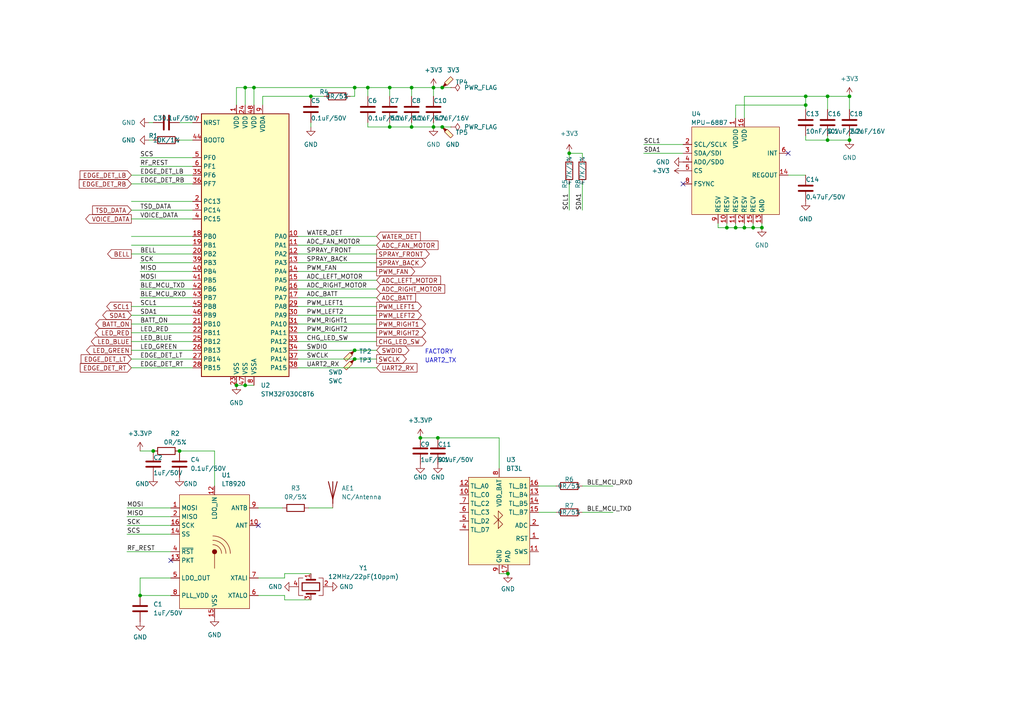
<source format=kicad_sch>
(kicad_sch (version 20231120) (generator "eeschema") (generator_version "8.0")
  (paper "A4")
  (lib_symbols
    (symbol "Connector:TestPoint_Probe" (pin_numbers hide) (pin_names (offset 0.762) hide)
      (property "Reference" "TP" (at 1.651 5.842 0))
      (property "Value" "TestPoint_Probe" (at 1.651 4.064 0))
      (symbol "TestPoint_Probe_0_1"
        (polyline (pts (xy 1.27 0.762) (xy 0 0) (xy 0.762 1.27) (xy 1.27 0.762)) (fill (type outline)))
        (polyline (pts (xy 1.397 0.635) (xy 0.635 1.397) (xy 2.413 3.175) (xy 3.175 2.413) (xy 1.397 0.635)) (fill (type background)))
      )
      (symbol "TestPoint_Probe_1_1"
        (pin passive line (at 0 0 90) (length 0) (name "1") (number "1"))
      )
    )
    (symbol "Device:Antenna" (pin_numbers hide) (pin_names (offset 1.016) hide)
      (property "Reference" "AE" (at -1.905 1.905 0))
      (property "Value" "Antenna" (at -1.905 0 0))
      (symbol "Antenna_0_1"
        (polyline (pts (xy 0 2.54) (xy 0 -3.81)) (stroke (width 0.254)))
        (polyline (pts (xy 1.27 2.54) (xy 0 -2.54) (xy -1.27 2.54)) (stroke (width 0.254)))
      )
      (symbol "Antenna_1_1"
        (pin input line (at 0 -5.08 90) (length 2.54) (name "A") (number "1"))
      )
    )
    (symbol "Device:C" (pin_numbers hide) (pin_names (offset 0.254))
      (property "Reference" "C" (at 0.635 2.54 0))
      (property "Value" "C" (at 0.635 -2.54 0))
      (symbol "C_0_1"
        (polyline (pts (xy -2.032 -0.762) (xy 2.032 -0.762)) (stroke (width 0.508)))
        (polyline (pts (xy -2.032 0.762) (xy 2.032 0.762)) (stroke (width 0.508)))
      )
      (symbol "C_1_1"
        (pin passive line (at 0 3.81 270) (length 2.794) (name "~") (number "1"))
        (pin passive line (at 0 -3.81 90) (length 2.794) (name "~") (number "2"))
      )
    )
    (symbol "Device:Crystal_GND24" (pin_names (offset 1.016) hide)
      (property "Reference" "Y" (at 3.175 5.08 0))
      (property "Value" "Crystal_GND24" (at 3.175 3.175 0))
      (symbol "Crystal_GND24_0_1"
        (rectangle (start -1.143 2.54) (end 1.143 -2.54) (stroke (width 0.3048)))
        (polyline (pts (xy -2.54 0) (xy -2.032 0)))
        (polyline (pts (xy -2.032 -1.27) (xy -2.032 1.27)) (stroke (width 0.508)))
        (polyline (pts (xy 0 -3.81) (xy 0 -3.556)))
        (polyline (pts (xy 0 3.556) (xy 0 3.81)))
        (polyline (pts (xy 2.032 -1.27) (xy 2.032 1.27)) (stroke (width 0.508)))
        (polyline (pts (xy 2.032 0) (xy 2.54 0)))
        (polyline (pts (xy -2.54 -2.286) (xy -2.54 -3.556) (xy 2.54 -3.556) (xy 2.54 -2.286)))
        (polyline (pts (xy -2.54 2.286) (xy -2.54 3.556) (xy 2.54 3.556) (xy 2.54 2.286)))
      )
      (symbol "Crystal_GND24_1_1"
        (pin passive line (at -3.81 0 0) (length 1.27) (name "1") (number "1"))
        (pin passive line (at 0 5.08 270) (length 1.27) (name "2") (number "2"))
        (pin passive line (at 3.81 0 180) (length 1.27) (name "3") (number "3"))
        (pin passive line (at 0 -5.08 90) (length 1.27) (name "4") (number "4"))
      )
    )
    (symbol "Device:R" (pin_numbers hide) (pin_names (offset 0))
      (property "Reference" "R" (at 2.032 0 90))
      (property "Value" "R" (at 0 0 90))
      (symbol "R_0_1"
        (rectangle (start -1.016 -2.54) (end 1.016 2.54) (stroke (width 0.254)))
      )
      (symbol "R_1_1"
        (pin passive line (at 0 3.81 270) (length 1.27) (name "~") (number "1"))
        (pin passive line (at 0 -3.81 90) (length 1.27) (name "~") (number "2"))
      )
    )
    (symbol "MCU_ST_STM32F0:STM32F030C8Tx"
      (property "Reference" "U" (at -12.7 39.37 0))
      (property "Value" "STM32F030C8Tx" (at 7.62 39.37 0))
      (symbol "STM32F030C8Tx_0_1"
        (rectangle (start -12.7 -38.1) (end 12.7 38.1) (stroke (width 0.254)) (fill (type background)))
      )
      (symbol "STM32F030C8Tx_1_1"
        (pin power_in line (at -2.54 40.64 270) (length 2.54) (name "VDD") (number "1"))
        (pin bidirectional line (at 15.24 2.54 180) (length 2.54) (name "PA0") (number "10"))
        (pin bidirectional line (at 15.24 0 180) (length 2.54) (name "PA1") (number "11"))
        (pin bidirectional line (at 15.24 -2.54 180) (length 2.54) (name "PA2") (number "12"))
        (pin bidirectional line (at 15.24 -5.08 180) (length 2.54) (name "PA3") (number "13"))
        (pin bidirectional line (at 15.24 -7.62 180) (length 2.54) (name "PA4") (number "14"))
        (pin bidirectional line (at 15.24 -10.16 180) (length 2.54) (name "PA5") (number "15"))
        (pin bidirectional line (at 15.24 -12.7 180) (length 2.54) (name "PA6") (number "16"))
        (pin bidirectional line (at 15.24 -15.24 180) (length 2.54) (name "PA7") (number "17"))
        (pin bidirectional line (at -15.24 2.54 0) (length 2.54) (name "PB0") (number "18"))
        (pin bidirectional line (at -15.24 0 0) (length 2.54) (name "PB1") (number "19"))
        (pin bidirectional line (at -15.24 12.7 0) (length 2.54) (name "PC13") (number "2"))
        (pin bidirectional line (at -15.24 -2.54 0) (length 2.54) (name "PB2") (number "20"))
        (pin bidirectional line (at -15.24 -22.86 0) (length 2.54) (name "PB10") (number "21"))
        (pin bidirectional line (at -15.24 -25.4 0) (length 2.54) (name "PB11") (number "22"))
        (pin power_in line (at -2.54 -40.64 90) (length 2.54) (name "VSS") (number "23"))
        (pin power_in line (at 0 40.64 270) (length 2.54) (name "VDD") (number "24"))
        (pin bidirectional line (at -15.24 -27.94 0) (length 2.54) (name "PB12") (number "25"))
        (pin bidirectional line (at -15.24 -30.48 0) (length 2.54) (name "PB13") (number "26"))
        (pin bidirectional line (at -15.24 -33.02 0) (length 2.54) (name "PB14") (number "27"))
        (pin bidirectional line (at -15.24 -35.56 0) (length 2.54) (name "PB15") (number "28"))
        (pin bidirectional line (at 15.24 -17.78 180) (length 2.54) (name "PA8") (number "29"))
        (pin bidirectional line (at -15.24 10.16 0) (length 2.54) (name "PC14") (number "3"))
        (pin bidirectional line (at 15.24 -20.32 180) (length 2.54) (name "PA9") (number "30"))
        (pin bidirectional line (at 15.24 -22.86 180) (length 2.54) (name "PA10") (number "31"))
        (pin bidirectional line (at 15.24 -25.4 180) (length 2.54) (name "PA11") (number "32"))
        (pin bidirectional line (at 15.24 -27.94 180) (length 2.54) (name "PA12") (number "33"))
        (pin bidirectional line (at 15.24 -30.48 180) (length 2.54) (name "PA13") (number "34"))
        (pin bidirectional line (at -15.24 20.32 0) (length 2.54) (name "PF6") (number "35"))
        (pin bidirectional line (at -15.24 17.78 0) (length 2.54) (name "PF7") (number "36"))
        (pin bidirectional line (at 15.24 -33.02 180) (length 2.54) (name "PA14") (number "37"))
        (pin bidirectional line (at 15.24 -35.56 180) (length 2.54) (name "PA15") (number "38"))
        (pin bidirectional line (at -15.24 -5.08 0) (length 2.54) (name "PB3") (number "39"))
        (pin bidirectional line (at -15.24 7.62 0) (length 2.54) (name "PC15") (number "4"))
        (pin bidirectional line (at -15.24 -7.62 0) (length 2.54) (name "PB4") (number "40"))
        (pin bidirectional line (at -15.24 -10.16 0) (length 2.54) (name "PB5") (number "41"))
        (pin bidirectional line (at -15.24 -12.7 0) (length 2.54) (name "PB6") (number "42"))
        (pin bidirectional line (at -15.24 -15.24 0) (length 2.54) (name "PB7") (number "43"))
        (pin input line (at -15.24 30.48 0) (length 2.54) (name "BOOT0") (number "44"))
        (pin bidirectional line (at -15.24 -17.78 0) (length 2.54) (name "PB8") (number "45"))
        (pin bidirectional line (at -15.24 -20.32 0) (length 2.54) (name "PB9") (number "46"))
        (pin power_in line (at 0 -40.64 90) (length 2.54) (name "VSS") (number "47"))
        (pin power_in line (at 2.54 40.64 270) (length 2.54) (name "VDD") (number "48"))
        (pin input line (at -15.24 25.4 0) (length 2.54) (name "PF0") (number "5"))
        (pin input line (at -15.24 22.86 0) (length 2.54) (name "PF1") (number "6"))
        (pin input line (at -15.24 35.56 0) (length 2.54) (name "NRST") (number "7"))
        (pin power_in line (at 2.54 -40.64 90) (length 2.54) (name "VSSA") (number "8"))
        (pin power_in line (at 5.08 40.64 270) (length 2.54) (name "VDDA") (number "9"))
      )
    )
    (symbol "Ovo_RF:LT8920"
      (property "Reference" "U" (at -8.89 17.78 0))
      (property "Value" "LT8920" (at -6.35 -17.78 0))
      (symbol "LT8920_0_1"
        (rectangle (start -10.16 16.51) (end 10.16 -16.51) (fill (type background)))
        (polyline (pts (xy 0 0) (xy 0 -4.826)))
        (circle (center 0 0) (radius 0.635) (fill (type outline)))
        (arc (start 2.032 -0.508) (mid 1.2881 1.2881) (end -0.508 2.032))
        (arc (start 3.302 -0.508) (mid 2.1861 2.186) (end -0.508 3.302))
        (arc (start 4.572 -0.508) (mid 3.0841 3.0841) (end -0.508 4.572))
      )
      (symbol "LT8920_1_1"
        (pin input line (at -12.7 12.7 0) (length 2.54) (name "MOSI") (number "1"))
        (pin passive line (at 12.7 7.62 180) (length 2.54) (name "ANT") (number "10"))
        (pin no_connect line (at 5.08 -19.05 90) (length 2.54) hide (name "NC") (number "11"))
        (pin power_in line (at 0 19.05 270) (length 2.54) (name "LDO_IN") (number "12"))
        (pin output line (at -12.7 -2.54 0) (length 2.54) (name "PKT") (number "13"))
        (pin input line (at -12.7 5.08 0) (length 2.54) (name "SS") (number "14"))
        (pin power_in line (at 0 -19.05 90) (length 2.54) (name "VSS") (number "15"))
        (pin input line (at -12.7 7.62 0) (length 2.54) (name "SCK") (number "16"))
        (pin output line (at -12.7 10.16 0) (length 2.54) (name "MISO") (number "2"))
        (pin no_connect line (at 2.54 -19.05 90) (length 2.54) hide (name "NC") (number "3"))
        (pin input line (at -12.7 0 0) (length 2.54) (name "~{RST}") (number "4"))
        (pin power_out line (at -12.7 -7.62 0) (length 2.54) (name "LDO_OUT") (number "5"))
        (pin passive line (at 12.7 -12.7 180) (length 2.54) (name "XTALO") (number "6"))
        (pin passive line (at 12.7 -7.62 180) (length 2.54) (name "XTALI") (number "7"))
        (pin power_in line (at -12.7 -12.7 0) (length 2.54) (name "PLL_VDD") (number "8"))
        (pin passive line (at 12.7 12.7 180) (length 2.54) (name "ANTB") (number "9"))
      )
    )
    (symbol "Ovo_RF_Bluetooth:BT3L"
      (property "Reference" "U" (at -7.62 13.97 0))
      (property "Value" "BT3L" (at -6.35 -13.97 0))
      (symbol "BT3L_0_1"
        (rectangle (start -8.89 12.7) (end 8.89 -12.7) (fill (type background)))
        (polyline (pts (xy -0.254 0.381) (xy -1.524 -0.889)))
        (polyline (pts (xy -0.254 2.921) (xy -0.254 -2.159)))
        (polyline (pts (xy -0.254 2.921) (xy 1.016 1.651) (xy -0.254 0.381) (xy 1.016 -0.889) (xy -0.254 -2.159) (xy -0.254 0.381) (xy -1.524 1.651)))
      )
      (symbol "BT3L_1_1"
        (pin input line (at 11.43 -5.08 180) (length 2.54) (name "RST") (number "1"))
        (pin bidirectional line (at -11.43 7.62 0) (length 2.54) (name "TL_C0") (number "10"))
        (pin bidirectional line (at 11.43 -8.89 180) (length 2.54) (name "SWS") (number "11"))
        (pin bidirectional line (at -11.43 10.16 0) (length 2.54) (name "TL_A0") (number "12"))
        (pin bidirectional line (at 11.43 7.62 180) (length 2.54) (name "TL_B4") (number "13"))
        (pin bidirectional line (at 11.43 5.08 180) (length 2.54) (name "TL_B5") (number "14"))
        (pin bidirectional line (at 11.43 2.54 180) (length 2.54) (name "TL_B7") (number "15"))
        (pin bidirectional line (at 11.43 10.16 180) (length 2.54) (name "TL_B1") (number "16"))
        (pin power_in line (at 2.54 -15.24 90) (length 2.54) (name "PAD") (number "17"))
        (pin input line (at 11.43 -1.27 180) (length 2.54) (name "ADC") (number "2"))
        (pin no_connect line (at -11.43 -6.35 0) (length 2.54) hide (name "NC") (number "3"))
        (pin bidirectional line (at -11.43 -2.54 0) (length 2.54) (name "TL_D7") (number "4"))
        (pin bidirectional line (at -11.43 0 0) (length 2.54) (name "TL_D2") (number "5"))
        (pin bidirectional line (at -11.43 2.54 0) (length 2.54) (name "TL_C3") (number "6"))
        (pin bidirectional line (at -11.43 5.08 0) (length 2.54) (name "TL_C2") (number "7"))
        (pin power_in line (at 0 15.24 270) (length 2.54) (name "VDD_BAT") (number "8"))
        (pin power_in line (at 0 -15.24 90) (length 2.54) (name "GND") (number "9"))
      )
    )
    (symbol "Ovo_Sensor_Motion:MPU-6887"
      (property "Reference" "U" (at -13.97 16.51 0))
      (property "Value" "MPU-6887" (at -10.16 13.97 0))
      (symbol "MPU-6887_0_1"
        (rectangle (start -12.7 12.7) (end 12.7 -12.7) (fill (type background)))
      )
      (symbol "MPU-6887_1_1"
        (pin power_in line (at 0 15.24 270) (length 2.54) (name "VDDIO") (number "1"))
        (pin passive line (at -2.54 -15.24 90) (length 2.54) (name "RESV") (number "10"))
        (pin passive line (at 0 -15.24 90) (length 2.54) (name "RESV") (number "11"))
        (pin passive line (at 2.54 -15.24 90) (length 2.54) (name "RESV") (number "12"))
        (pin power_in line (at 7.62 -15.24 90) (length 2.54) (name "GND") (number "13"))
        (pin passive line (at 15.24 -1.27 180) (length 2.54) (name "REGOUT") (number "14"))
        (pin passive line (at 5.08 -15.24 90) (length 2.54) (name "RECV") (number "15"))
        (pin power_in line (at 2.54 15.24 270) (length 2.54) (name "VDD") (number "16"))
        (pin input line (at -15.24 7.62 0) (length 2.54) (name "SCL/SCLK") (number "2"))
        (pin bidirectional line (at -15.24 5.08 0) (length 2.54) (name "SDA/SDI") (number "3"))
        (pin input line (at -15.24 2.54 0) (length 2.54) (name "AD0/SDO") (number "4"))
        (pin input line (at -15.24 0 0) (length 2.54) (name "CS") (number "5"))
        (pin output line (at 15.24 5.08 180) (length 2.54) (name "INT") (number "6"))
        (pin no_connect line (at -7.62 -15.24 90) (length 2.54) hide (name "RESV") (number "7"))
        (pin input line (at -15.24 -3.81 0) (length 2.54) (name "FSYNC") (number "8"))
        (pin passive line (at -5.08 -15.24 90) (length 2.54) (name "RESV") (number "9"))
      )
    )
    (symbol "power:+3.3VP" (power) (pin_names (offset 0))
      (property "Value" "+3.3VP" (at 0 2.54 0))
      (symbol "+3.3VP_0_0"
        (pin power_in line (at 0 0 90) (length 0) hide (name "+3.3VP") (number "1"))
      )
      (symbol "+3.3VP_0_1"
        (polyline (pts (xy -0.762 1.27) (xy 0 2.54)))
        (polyline (pts (xy 0 0) (xy 0 2.54)))
        (polyline (pts (xy 0 2.54) (xy 0.762 1.27)))
      )
    )
    (symbol "power:+3V3" (power) (pin_names (offset 0))
      (property "Value" "+3V3" (at 0 3.556 0))
      (symbol "+3V3_0_1"
        (polyline (pts (xy -0.762 1.27) (xy 0 2.54)))
        (polyline (pts (xy 0 0) (xy 0 2.54)))
        (polyline (pts (xy 0 2.54) (xy 0.762 1.27)))
      )
      (symbol "+3V3_1_1"
        (pin power_in line (at 0 0 90) (length 0) hide (name "+3V3") (number "1"))
      )
    )
    (symbol "power:GND" (power) (pin_names (offset 0))
      (property "Value" "GND" (at 0 -3.81 0))
      (symbol "GND_0_1"
        (polyline (pts (xy 0 0) (xy 0 -1.27) (xy 1.27 -1.27) (xy 0 -2.54) (xy -1.27 -1.27) (xy 0 -1.27)))
      )
      (symbol "GND_1_1"
        (pin power_in line (at 0 0 270) (length 0) hide (name "GND") (number "1"))
      )
    )
    (symbol "power:PWR_FLAG" (power) (pin_numbers hide) (pin_names (offset 0) hide)
      (property "Value" "PWR_FLAG" (at 0 3.81 0))
      (symbol "PWR_FLAG_0_0"
        (pin power_out line (at 0 0 90) (length 0) (name "pwr") (number "1"))
      )
      (symbol "PWR_FLAG_0_1"
        (polyline (pts (xy 0 0) (xy 0 1.27) (xy -1.016 1.905) (xy 0 2.54) (xy 1.016 1.905) (xy 0 1.27)))
      )
    )
  )
  (junction (at 128.27 36.83))
  (junction (at 165.1 44.45))
  (junction (at 127 127))
  (junction (at 218.44 66.04))
  (junction (at 113.03 36.83))
  (junction (at 210.82 66.04))
  (junction (at 233.68 27.94))
  (junction (at 128.27 25.4))
  (junction (at 240.03 27.94))
  (junction (at 106.68 25.4))
  (junction (at 125.73 25.4))
  (junction (at 213.36 66.04))
  (junction (at 71.12 111.76))
  (junction (at 73.66 25.4))
  (junction (at 240.03 40.64))
  (junction (at 125.73 36.83))
  (junction (at 52.07 130.81))
  (junction (at 215.9 66.04))
  (junction (at 246.38 40.64))
  (junction (at 220.98 66.04))
  (junction (at 246.38 27.94))
  (junction (at 113.03 25.4))
  (junction (at 102.87 104.14))
  (junction (at 119.38 36.83))
  (junction (at 119.38 25.4))
  (junction (at 90.17 27.94))
  (junction (at 68.58 111.76))
  (junction (at 40.64 172.72))
  (junction (at 102.87 25.4))
  (junction (at 233.68 30.48))
  (junction (at 102.87 101.6))
  (junction (at 147.32 166.37))
  (junction (at 121.92 127))
  (junction (at 44.45 130.81))
  (junction (at 71.12 25.4))
  (no_connect (at 49.53 162.56))
  (no_connect (at 228.6 44.45))
  (no_connect (at 198.12 53.34))
  (no_connect (at 74.93 152.4))
  (wire (pts (xy 106.68 35.56) (xy 106.68 36.83)))
  (wire (pts (xy 40.64 86.36) (xy 55.88 86.36)))
  (wire (pts (xy 89.535 147.32) (xy 96.52 147.32)))
  (wire (pts (xy 40.64 83.82) (xy 55.88 83.82)))
  (wire (pts (xy 49.53 167.64) (xy 40.64 167.64)))
  (wire (pts (xy 233.68 31.75) (xy 233.68 30.48)))
  (wire (pts (xy 186.69 44.45) (xy 198.12 44.45)))
  (wire (pts (xy 36.83 152.4) (xy 49.53 152.4)))
  (wire (pts (xy 102.87 25.4) (xy 102.87 27.94)))
  (wire (pts (xy 168.91 148.59) (xy 177.8 148.59)))
  (wire (pts (xy 113.03 25.4) (xy 106.68 25.4)))
  (wire (pts (xy 36.83 154.94) (xy 49.53 154.94)))
  (wire (pts (xy 213.36 30.48) (xy 213.36 34.29)))
  (wire (pts (xy 38.1 91.44) (xy 55.88 91.44)))
  (wire (pts (xy 246.38 40.64) (xy 246.38 39.37)))
  (wire (pts (xy 40.64 45.72) (xy 55.88 45.72)))
  (wire (pts (xy 210.82 66.04) (xy 213.36 66.04)))
  (wire (pts (xy 86.36 91.44) (xy 109.22 91.44)))
  (wire (pts (xy 215.9 66.04) (xy 218.44 66.04)))
  (wire (pts (xy 38.1 99.06) (xy 55.88 99.06)))
  (wire (pts (xy 128.27 25.4) (xy 130.81 25.4)))
  (wire (pts (xy 125.73 25.4) (xy 125.73 27.94)))
  (wire (pts (xy 38.1 71.12) (xy 55.88 71.12)))
  (wire (pts (xy 38.1 50.8) (xy 55.88 50.8)))
  (wire (pts (xy 73.66 25.4) (xy 73.66 30.48)))
  (wire (pts (xy 86.36 88.9) (xy 109.22 88.9)))
  (wire (pts (xy 52.07 130.81) (xy 62.23 130.81)))
  (wire (pts (xy 82.55 173.99) (xy 82.55 172.72)))
  (wire (pts (xy 218.44 66.04) (xy 220.98 66.04)))
  (wire (pts (xy 40.64 167.64) (xy 40.64 172.72)))
  (wire (pts (xy 71.12 111.76) (xy 73.66 111.76)))
  (wire (pts (xy 215.9 64.77) (xy 215.9 66.04)))
  (wire (pts (xy 38.1 53.34) (xy 55.88 53.34)))
  (wire (pts (xy 102.87 25.4) (xy 73.66 25.4)))
  (wire (pts (xy 165.1 45.72) (xy 165.1 44.45)))
  (wire (pts (xy 218.44 64.77) (xy 218.44 66.04)))
  (wire (pts (xy 168.91 53.34) (xy 168.91 60.96)))
  (wire (pts (xy 43.18 35.56) (xy 44.45 35.56)))
  (wire (pts (xy 38.1 58.42) (xy 55.88 58.42)))
  (wire (pts (xy 90.17 173.99) (xy 82.55 173.99)))
  (wire (pts (xy 165.1 44.45) (xy 168.91 44.45)))
  (wire (pts (xy 102.87 104.14) (xy 109.22 104.14)))
  (wire (pts (xy 144.78 127) (xy 144.78 135.89)))
  (wire (pts (xy 240.03 40.64) (xy 246.38 40.64)))
  (wire (pts (xy 106.68 36.83) (xy 113.03 36.83)))
  (wire (pts (xy 38.1 68.58) (xy 55.88 68.58)))
  (wire (pts (xy 165.1 53.34) (xy 165.1 60.96)))
  (wire (pts (xy 101.6 27.94) (xy 102.87 27.94)))
  (wire (pts (xy 90.17 27.94) (xy 93.98 27.94)))
  (wire (pts (xy 113.03 25.4) (xy 113.03 27.94)))
  (wire (pts (xy 147.32 166.37) (xy 144.78 166.37)))
  (wire (pts (xy 71.12 25.4) (xy 73.66 25.4)))
  (wire (pts (xy 40.64 76.2) (xy 55.88 76.2)))
  (wire (pts (xy 38.1 60.96) (xy 55.88 60.96)))
  (wire (pts (xy 38.1 101.6) (xy 55.88 101.6)))
  (wire (pts (xy 38.1 63.5) (xy 55.88 63.5)))
  (wire (pts (xy 86.36 76.2) (xy 109.22 76.2)))
  (wire (pts (xy 125.73 36.83) (xy 125.73 35.56)))
  (wire (pts (xy 68.58 111.76) (xy 71.12 111.76)))
  (wire (pts (xy 40.64 48.26) (xy 55.88 48.26)))
  (wire (pts (xy 68.58 30.48) (xy 68.58 25.4)))
  (wire (pts (xy 213.36 64.77) (xy 213.36 66.04)))
  (wire (pts (xy 38.1 104.14) (xy 55.88 104.14)))
  (wire (pts (xy 52.07 35.56) (xy 55.88 35.56)))
  (wire (pts (xy 186.69 41.91) (xy 198.12 41.91)))
  (wire (pts (xy 106.68 25.4) (xy 106.68 27.94)))
  (wire (pts (xy 86.36 81.28) (xy 109.22 81.28)))
  (wire (pts (xy 86.36 73.66) (xy 109.22 73.66)))
  (wire (pts (xy 220.98 66.04) (xy 220.98 64.77)))
  (wire (pts (xy 82.55 166.37) (xy 82.55 167.64)))
  (wire (pts (xy 119.38 36.83) (xy 125.73 36.83)))
  (wire (pts (xy 86.36 96.52) (xy 109.22 96.52)))
  (wire (pts (xy 90.17 166.37) (xy 82.55 166.37)))
  (wire (pts (xy 121.92 127) (xy 127 127)))
  (wire (pts (xy 82.55 172.72) (xy 74.93 172.72)))
  (wire (pts (xy 119.38 25.4) (xy 125.73 25.4)))
  (wire (pts (xy 36.83 147.32) (xy 49.53 147.32)))
  (wire (pts (xy 102.87 101.6) (xy 109.22 101.6)))
  (wire (pts (xy 62.23 130.81) (xy 62.23 140.97)))
  (wire (pts (xy 38.1 96.52) (xy 55.88 96.52)))
  (wire (pts (xy 213.36 66.04) (xy 215.9 66.04)))
  (wire (pts (xy 86.36 106.68) (xy 109.22 106.68)))
  (wire (pts (xy 240.03 40.64) (xy 240.03 39.37)))
  (wire (pts (xy 40.64 130.81) (xy 44.45 130.81)))
  (wire (pts (xy 86.36 83.82) (xy 109.22 83.82)))
  (wire (pts (xy 208.28 66.04) (xy 210.82 66.04)))
  (wire (pts (xy 210.82 64.77) (xy 210.82 66.04)))
  (wire (pts (xy 76.2 27.94) (xy 76.2 30.48)))
  (wire (pts (xy 71.12 30.48) (xy 71.12 25.4)))
  (wire (pts (xy 119.38 25.4) (xy 113.03 25.4)))
  (wire (pts (xy 233.68 27.94) (xy 233.68 30.48)))
  (wire (pts (xy 228.6 50.8) (xy 233.68 50.8)))
  (wire (pts (xy 156.21 148.59) (xy 161.29 148.59)))
  (wire (pts (xy 125.73 25.4) (xy 128.27 25.4)))
  (wire (pts (xy 90.17 27.94) (xy 76.2 27.94)))
  (wire (pts (xy 215.9 34.29) (xy 215.9 27.94)))
  (wire (pts (xy 86.36 78.74) (xy 109.22 78.74)))
  (wire (pts (xy 113.03 35.56) (xy 113.03 36.83)))
  (wire (pts (xy 168.91 140.97) (xy 177.8 140.97)))
  (wire (pts (xy 113.03 36.83) (xy 119.38 36.83)))
  (wire (pts (xy 106.68 25.4) (xy 102.87 25.4)))
  (wire (pts (xy 40.64 81.28) (xy 55.88 81.28)))
  (wire (pts (xy 82.55 167.64) (xy 74.93 167.64)))
  (wire (pts (xy 40.64 78.74) (xy 55.88 78.74)))
  (wire (pts (xy 119.38 27.94) (xy 119.38 25.4)))
  (wire (pts (xy 128.27 36.83) (xy 130.81 36.83)))
  (wire (pts (xy 240.03 27.94) (xy 246.38 27.94)))
  (wire (pts (xy 52.07 40.64) (xy 55.88 40.64)))
  (wire (pts (xy 168.91 44.45) (xy 168.91 45.72)))
  (wire (pts (xy 127 127) (xy 144.78 127)))
  (wire (pts (xy 74.93 147.32) (xy 81.915 147.32)))
  (wire (pts (xy 240.03 27.94) (xy 240.03 31.75)))
  (wire (pts (xy 215.9 27.94) (xy 233.68 27.94)))
  (wire (pts (xy 38.1 106.68) (xy 55.88 106.68)))
  (wire (pts (xy 233.68 40.64) (xy 240.03 40.64)))
  (wire (pts (xy 68.58 25.4) (xy 71.12 25.4)))
  (wire (pts (xy 86.36 93.98) (xy 109.22 93.98)))
  (wire (pts (xy 86.36 71.12) (xy 109.22 71.12)))
  (wire (pts (xy 86.36 101.6) (xy 102.87 101.6)))
  (wire (pts (xy 86.36 104.14) (xy 102.87 104.14)))
  (wire (pts (xy 86.36 68.58) (xy 109.22 68.58)))
  (wire (pts (xy 86.36 99.06) (xy 109.22 99.06)))
  (wire (pts (xy 125.73 36.83) (xy 128.27 36.83)))
  (wire (pts (xy 38.1 73.66) (xy 55.88 73.66)))
  (wire (pts (xy 208.28 64.77) (xy 208.28 66.04)))
  (wire (pts (xy 233.68 30.48) (xy 213.36 30.48)))
  (wire (pts (xy 43.18 40.64) (xy 44.45 40.64)))
  (wire (pts (xy 38.1 93.98) (xy 55.88 93.98)))
  (wire (pts (xy 90.17 36.83) (xy 90.17 35.56)))
  (wire (pts (xy 40.64 172.72) (xy 49.53 172.72)))
  (wire (pts (xy 156.21 140.97) (xy 161.29 140.97)))
  (wire (pts (xy 246.38 27.94) (xy 246.38 31.75)))
  (wire (pts (xy 38.1 88.9) (xy 55.88 88.9)))
  (wire (pts (xy 86.36 86.36) (xy 109.22 86.36)))
  (wire (pts (xy 119.38 35.56) (xy 119.38 36.83)))
  (wire (pts (xy 233.68 40.64) (xy 233.68 39.37)))
  (wire (pts (xy 233.68 27.94) (xy 240.03 27.94)))
  (wire (pts (xy 36.83 160.02) (xy 49.53 160.02)))
  (wire (pts (xy 36.83 149.86) (xy 49.53 149.86)))
  (text "UART2_TX" (at 123.19 105.41 0) (effects (font (size 1.27 1.27)) (justify left bottom)))
  (text "FACTORY" (at 123.19 102.87 0) (effects (font (size 1.27 1.27)) (justify left bottom)))
  (label "BELL" (at 40.64 73.66 0))
  (label "MOSI" (at 36.83 147.32 0))
  (label "BLE_MCU_RXD" (at 170.18 140.97 0))
  (label "TSD_DATA" (at 40.64 60.96 0))
  (label "PWM_FAN" (at 88.9 78.74 0))
  (label "MISO" (at 36.83 149.86 0))
  (label "SCK" (at 40.64 76.2 0))
  (label "SCK" (at 36.83 152.4 0))
  (label "BATT_ON" (at 40.64 93.98 0))
  (label "MOSI" (at 40.64 81.28 0))
  (label "BLE_MCU_TXD" (at 40.64 83.82 0))
  (label "SDA1" (at 186.69 44.45 0))
  (label "SDA1" (at 40.64 91.44 0))
  (label "SPRAY_FRONT" (at 88.9 73.66 0))
  (label "UART2_RX" (at 88.9 106.68 0))
  (label "VOICE_DATA" (at 40.64 63.5 0))
  (label "LED_GREEN" (at 40.64 101.6 0))
  (label "BLE_MCU_RXD" (at 40.64 86.36 0))
  (label "SDA1" (at 168.91 60.96 90))
  (label "EDGE_DET_LB" (at 40.64 50.8 0))
  (label "MISO" (at 40.64 78.74 0))
  (label "EDGE_DET_LT" (at 40.64 104.14 0))
  (label "SCS" (at 36.83 154.94 0))
  (label "RF_REST" (at 36.83 160.02 0))
  (label "CHG_LED_SW" (at 88.9 99.06 0))
  (label "SWDIO" (at 88.9 101.6 0))
  (label "SPRAY_BACK" (at 88.9 76.2 0))
  (label "SWCLK" (at 88.9 104.14 0))
  (label "PWM_RIGHT1" (at 88.9 93.98 0))
  (label "ADC_RIGHT_MOTOR" (at 88.9 83.82 0))
  (label "SCS" (at 40.64 45.72 0))
  (label "SCL1" (at 40.64 88.9 0))
  (label "EDGE_DET_RT" (at 40.64 106.68 0))
  (label "BLE_MCU_TXD" (at 170.18 148.59 0))
  (label "PWM_RIGHT2" (at 88.9 96.52 0))
  (label "PWM_LEFT2" (at 88.9 91.44 0))
  (label "WATER_DET" (at 88.9 68.58 0))
  (label "RF_REST" (at 40.64 48.26 0))
  (label "SCL1" (at 186.69 41.91 0))
  (label "ADC_FAN_MOTOR" (at 88.9 71.12 0))
  (label "LED_BLUE" (at 40.64 99.06 0))
  (label "LED_RED" (at 40.64 96.52 0))
  (label "ADC_LEFT_MOTOR" (at 88.9 81.28 0))
  (label "EDGE_DET_RB" (at 40.64 53.34 0))
  (label "PWM_LEFT1" (at 88.9 88.9 0))
  (label "ADC_BATT" (at 88.9 86.36 0))
  (label "SCL1" (at 165.1 60.96 90))
  (global_label "SPRAY_BACK" (shape output) (at 109.22 76.2 0) (property "Intersheetrefs" "${INTERSHEET_REFS}" (effects (hide yes))))
  (global_label "CHG_LED_SW" (shape output) (at 109.22 99.06 0) (property "Intersheetrefs" "${INTERSHEET_REFS}" (effects (hide yes))))
  (global_label "UART2_RX" (shape input) (at 109.22 106.68 0) (property "Intersheetrefs" "${INTERSHEET_REFS}" (effects (hide yes))))
  (global_label "PWM_RIGHT2" (shape output) (at 109.22 96.52 0) (property "Intersheetrefs" "${INTERSHEET_REFS}" (effects (hide yes))))
  (global_label "EDGE_DET_LT" (shape input) (at 38.1 104.14 180) (property "Intersheetrefs" "${INTERSHEET_REFS}" (effects (hide yes))))
  (global_label "SDA1" (shape bidirectional) (at 38.1 91.44 180) (property "Intersheetrefs" "${INTERSHEET_REFS}" (effects (hide yes))))
  (global_label "TSD_DATA" (shape input) (at 38.1 60.96 180) (property "Intersheetrefs" "${INTERSHEET_REFS}" (effects (hide yes))))
  (global_label "EDGE_DET_RB" (shape input) (at 38.1 53.34 180) (property "Intersheetrefs" "${INTERSHEET_REFS}" (effects (hide yes))))
  (global_label "ADC_FAN_MOTOR" (shape input) (at 109.22 71.12 0) (property "Intersheetrefs" "${INTERSHEET_REFS}" (effects (hide yes))))
  (global_label "PWM_RIGHT1" (shape output) (at 109.22 93.98 0) (property "Intersheetrefs" "${INTERSHEET_REFS}" (effects (hide yes))))
  (global_label "SWCLK" (shape output) (at 109.22 104.14 0) (property "Intersheetrefs" "${INTERSHEET_REFS}" (effects (hide yes))))
  (global_label "WATER_DET" (shape input) (at 109.22 68.58 0) (property "Intersheetrefs" "${INTERSHEET_REFS}" (effects (hide yes))))
  (global_label "BATT_ON" (shape output) (at 38.1 93.98 180) (property "Intersheetrefs" "${INTERSHEET_REFS}" (effects (hide yes))))
  (global_label "LED_BLUE" (shape output) (at 38.1 99.06 180) (property "Intersheetrefs" "${INTERSHEET_REFS}" (effects (hide yes))))
  (global_label "LED_GREEN" (shape output) (at 38.1 101.6 180) (property "Intersheetrefs" "${INTERSHEET_REFS}" (effects (hide yes))))
  (global_label "SPRAY_FRONT" (shape output) (at 109.22 73.66 0) (property "Intersheetrefs" "${INTERSHEET_REFS}" (effects (hide yes))))
  (global_label "VOICE_DATA" (shape output) (at 38.1 63.5 180) (property "Intersheetrefs" "${INTERSHEET_REFS}" (effects (hide yes))))
  (global_label "LED_RED" (shape output) (at 38.1 96.52 180) (property "Intersheetrefs" "${INTERSHEET_REFS}" (effects (hide yes))))
  (global_label "EDGE_DET_RT" (shape input) (at 38.1 106.68 180) (property "Intersheetrefs" "${INTERSHEET_REFS}" (effects (hide yes))))
  (global_label "PWM_LEFT2" (shape output) (at 109.22 91.44 0) (property "Intersheetrefs" "${INTERSHEET_REFS}" (effects (hide yes))))
  (global_label "PWM_FAN" (shape output) (at 109.22 78.74 0) (property "Intersheetrefs" "${INTERSHEET_REFS}" (effects (hide yes))))
  (global_label "ADC_LEFT_MOTOR" (shape input) (at 109.22 81.28 0) (property "Intersheetrefs" "${INTERSHEET_REFS}" (effects (hide yes))))
  (global_label "ADC_BATT" (shape input) (at 109.22 86.36 0) (property "Intersheetrefs" "${INTERSHEET_REFS}" (effects (hide yes))))
  (global_label "SWDIO" (shape bidirectional) (at 109.22 101.6 0) (property "Intersheetrefs" "${INTERSHEET_REFS}" (effects (hide yes))))
  (global_label "EDGE_DET_LB" (shape input) (at 38.1 50.8 180) (property "Intersheetrefs" "${INTERSHEET_REFS}" (effects (hide yes))))
  (global_label "SCL1" (shape output) (at 38.1 88.9 180) (property "Intersheetrefs" "${INTERSHEET_REFS}" (effects (hide yes))))
  (global_label "PWM_LEFT1" (shape output) (at 109.22 88.9 0) (property "Intersheetrefs" "${INTERSHEET_REFS}" (effects (hide yes))))
  (global_label "ADC_RIGHT_MOTOR" (shape input) (at 109.22 83.82 0) (property "Intersheetrefs" "${INTERSHEET_REFS}" (effects (hide yes))))
  (global_label "BELL" (shape output) (at 38.1 73.66 180) (property "Intersheetrefs" "${INTERSHEET_REFS}" (effects (hide yes))))
  (symbol (lib_id "Device:C") (at 246.38 35.56 180) (unit 1)
    (property "Reference" "C18" (at 246.38 33.02 0) (effects (justify right)))
    (property "Value" "2.2uF/16V" (at 246.38 38.1 0) (effects (justify right)))
    (property "Footprint" "Capacitor_SMD:C_0603_1608Metric" (effects (hide yes)))
  )
  (symbol (lib_id "power:+3V3") (at 165.1 44.45 0) (unit 1)
    (property "Reference" "#PWR0121" (effects (hide yes)))
    (property "Value" "+3V3" (at 165.1 38.735 0))
  )
  (symbol (lib_id "power:GND") (at 233.68 58.42 0) (unit 1)
    (property "Reference" "#PWR0131" (effects (hide yes)))
    (property "Value" "GND" (at 233.68 63.5 0))
  )
  (symbol (lib_id "power:PWR_FLAG") (at 130.81 36.83 270) (unit 1)
    (property "Reference" "#FLG0102" (effects (hide yes)))
    (property "Value" "PWR_FLAG" (at 134.62 36.8299 90) (effects (justify left)))
  )
  (symbol (lib_id "Device:C") (at 233.68 35.56 180) (unit 1)
    (property "Reference" "C13" (at 233.68 33.02 0) (effects (justify right)))
    (property "Value" "10nF/50V" (at 233.68 38.1 0) (effects (justify right)))
    (property "Footprint" "Capacitor_SMD:C_0603_1608Metric" (effects (hide yes)))
  )
  (symbol (lib_id "power:+3V3") (at 246.38 27.94 0) (unit 1)
    (property "Reference" "#PWR0129" (effects (hide yes)))
    (property "Value" "+3V3" (at 246.38 22.86 0))
  )
  (symbol (lib_id "Device:C") (at 233.68 54.61 180) (unit 1)
    (property "Reference" "C14" (at 233.68 52.07 0) (effects (justify right)))
    (property "Value" "0.47uF/50V" (at 233.68 57.15 0) (effects (justify right)))
    (property "Footprint" "Capacitor_SMD:C_0603_1608Metric" (effects (hide yes)))
  )
  (symbol (lib_id "Device:C") (at 90.17 31.75 180) (unit 1)
    (property "Reference" "C5" (at 90.17 29.21 0) (effects (justify right)))
    (property "Value" "0.1uF/50V" (at 90.17 34.29 0) (effects (justify right)))
    (property "Footprint" "Capacitor_SMD:C_0603_1608Metric" (effects (hide yes)))
  )
  (symbol (lib_id "power:GND") (at 95.25 170.18 90) (unit 1)
    (property "Reference" "#PWR0107" (effects (hide yes)))
    (property "Value" "GND" (at 98.425 170.1799 90) (effects (justify right)))
  )
  (symbol (lib_id "Device:R") (at 48.26 130.81 90) (unit 1)
    (property "Reference" "R2" (at 50.8 125.73 90))
    (property "Value" "0R/5%" (at 50.8 128.27 90))
    (property "Footprint" "Resistor_SMD:R_0603_1608Metric" (effects (hide yes)))
  )
  (symbol (lib_id "power:GND") (at 62.23 179.07 0) (unit 1)
    (property "Reference" "#PWR0102" (effects (hide yes)))
    (property "Value" "GND" (at 62.23 184.15 0))
  )
  (symbol (lib_id "Connector:TestPoint_Probe") (at 102.87 101.6 180) (unit 1)
    (property "Reference" "TP2" (at 104.14 101.9174 0) (effects (justify right)))
    (property "Value" "SWD" (at 95.25 107.95 0) (effects (justify right)))
    (property "Footprint" "TestPoint:TestPoint_Pad_D1.0mm" (effects (hide yes)))
  )
  (symbol (lib_id "Device:C") (at 40.64 176.53 0) (unit 1)
    (property "Reference" "C1" (at 44.45 175.2599 0) (effects (justify left)))
    (property "Value" "1uF/50V" (at 44.45 177.7999 0) (effects (justify left)))
    (property "Footprint" "Capacitor_SMD:C_0603_1608Metric" (effects (hide yes)))
  )
  (symbol (lib_id "Device:C") (at 48.26 35.56 90) (unit 1)
    (property "Reference" "C3" (at 45.72 34.29 90))
    (property "Value" "0.1uF/50V" (at 52.07 34.29 90))
    (property "Footprint" "Capacitor_SMD:C_0603_1608Metric" (effects (hide yes)))
  )
  (symbol (lib_id "Device:C") (at 119.38 31.75 180) (unit 1)
    (property "Reference" "C8" (at 119.38 29.21 0) (effects (justify right)))
    (property "Value" "0.1uF/50V" (at 119.38 34.29 0) (effects (justify right)))
    (property "Footprint" "Capacitor_SMD:C_0603_1608Metric" (effects (hide yes)))
  )
  (symbol (lib_id "Device:R") (at 165.1 49.53 180) (unit 1)
    (property "Reference" "R5" (at 163.83 53.34 90))
    (property "Value" "4.7K/1%" (at 165.1 49.53 90))
    (property "Footprint" "Resistor_SMD:R_0603_1608Metric" (effects (hide yes)))
  )
  (symbol (lib_id "power:GND") (at 43.18 35.56 270) (unit 1)
    (property "Reference" "#PWR0105" (effects (hide yes)))
    (property "Value" "GND" (at 39.37 35.5599 90) (effects (justify right)))
  )
  (symbol (lib_id "power:GND") (at 121.92 134.62 0) (unit 1)
    (property "Reference" "#PWR0110" (effects (hide yes)))
    (property "Value" "GND" (at 121.92 138.43 0))
  )
  (symbol (lib_id "Device:C") (at 125.73 31.75 180) (unit 1)
    (property "Reference" "C10" (at 125.73 29.21 0) (effects (justify right)))
    (property "Value" "4.7uF/16V" (at 125.73 34.29 0) (effects (justify right)))
    (property "Footprint" "Capacitor_SMD:C_0603_1608Metric" (effects (hide yes)))
  )
  (symbol (lib_id "power:GND") (at 147.32 166.37 0) (unit 1)
    (property "Reference" "#PWR0109" (effects (hide yes)))
    (property "Value" "GND" (at 147.32 170.815 0))
  )
  (symbol (lib_id "Device:C") (at 127 130.81 0) (unit 1)
    (property "Reference" "C11" (at 127 128.905 0) (effects (justify left)))
    (property "Value" "0.1uF/50V" (at 127 133.35 0) (effects (justify left)))
    (property "Footprint" "Capacitor_SMD:C_0603_1608Metric" (effects (hide yes)))
  )
  (symbol (lib_id "power:+3.3VP") (at 121.92 127 0) (unit 1)
    (property "Reference" "#PWR0108" (effects (hide yes)))
    (property "Value" "+3.3VP" (at 121.92 121.92 0))
  )
  (symbol (lib_id "Device:R") (at 165.1 148.59 90) (unit 1)
    (property "Reference" "R7" (at 165.1 146.685 90))
    (property "Value" "0R/5%" (at 165.1 148.59 90))
    (property "Footprint" "Resistor_SMD:R_0603_1608Metric" (effects (hide yes)))
  )
  (symbol (lib_id "Device:C") (at 113.03 31.75 180) (unit 1)
    (property "Reference" "C7" (at 113.03 29.21 0) (effects (justify right)))
    (property "Value" "0.1uF/50V" (at 113.03 34.29 0) (effects (justify right)))
    (property "Footprint" "Capacitor_SMD:C_0603_1608Metric" (effects (hide yes)))
  )
  (symbol (lib_id "power:GND") (at 90.17 36.83 0) (unit 1)
    (property "Reference" "#PWR0104" (effects (hide yes)))
    (property "Value" "GND" (at 90.17 41.91 0))
  )
  (symbol (lib_id "Device:R") (at 165.1 140.97 90) (unit 1)
    (property "Reference" "R6" (at 165.1 139.065 90))
    (property "Value" "0R/5%" (at 165.1 140.97 90))
    (property "Footprint" "Resistor_SMD:R_0603_1608Metric" (effects (hide yes)))
  )
  (symbol (lib_id "Connector:TestPoint_Probe") (at 128.27 25.4 0) (unit 1)
    (property "Reference" "TP4" (at 132.08 23.8124 0) (effects (justify left)))
    (property "Value" "3V3" (at 133.35 20.32 0) (effects (justify right)))
    (property "Footprint" "TestPoint:TestPoint_Pad_D1.0mm" (effects (hide yes)))
  )
  (symbol (lib_id "power:GND") (at 220.98 66.04 0) (unit 1)
    (property "Reference" "#PWR0115" (effects (hide yes)))
    (property "Value" "GND" (at 220.98 71.12 0))
  )
  (symbol (lib_id "Device:R") (at 97.79 27.94 90) (unit 1)
    (property "Reference" "R4" (at 93.98 26.67 90))
    (property "Value" "0R/5%" (at 97.79 27.94 90))
    (property "Footprint" "Resistor_SMD:R_0603_1608Metric" (effects (hide yes)))
  )
  (symbol (lib_id "Device:C") (at 44.45 134.62 0) (unit 1)
    (property "Reference" "C2" (at 44.45 132.715 0) (effects (justify left)))
    (property "Value" "1uF/50V" (at 44.45 137.16 0) (effects (justify left)))
    (property "Footprint" "Capacitor_SMD:C_0603_1608Metric" (effects (hide yes)))
  )
  (symbol (lib_id "Connector:TestPoint_Probe") (at 102.87 104.14 180) (unit 1)
    (property "Reference" "TP3" (at 104.14 104.4574 0) (effects (justify right)))
    (property "Value" "SWC" (at 95.25 110.49 0) (effects (justify right)))
    (property "Footprint" "TestPoint:TestPoint_Pad_D1.0mm" (effects (hide yes)))
  )
  (symbol (lib_id "power:GND") (at 85.09 170.18 270) (unit 1)
    (property "Reference" "#PWR0103" (effects (hide yes)))
    (property "Value" "GND" (at 81.915 170.1799 90) (effects (justify right)))
  )
  (symbol (lib_id "power:GND") (at 198.12 46.99 270) (unit 1)
    (property "Reference" "#PWR0118" (effects (hide yes)))
    (property "Value" "GND" (at 194.31 46.9899 90) (effects (justify right)))
  )
  (symbol (lib_id "power:GND") (at 68.58 111.76 0) (unit 1)
    (property "Reference" "#PWR0153" (effects (hide yes)))
    (property "Value" "GND" (at 68.58 116.84 0))
  )
  (symbol (lib_id "power:+3V3") (at 125.73 25.4 0) (unit 1)
    (property "Reference" "#PWR0119" (effects (hide yes)))
    (property "Value" "+3V3" (at 125.73 20.32 0))
  )
  (symbol (lib_id "power:GND") (at 40.64 180.34 0) (unit 1)
    (property "Reference" "#PWR0101" (effects (hide yes)))
    (property "Value" "GND" (at 40.64 184.785 0))
  )
  (symbol (lib_id "Ovo_RF_Bluetooth:BT3L") (at 144.78 151.13 0) (unit 1)
    (property "Reference" "U3" (at 146.7994 133.35 0) (effects (justify left)))
    (property "Value" "BT3L" (at 146.7994 135.89 0) (effects (justify left)))
    (property "Footprint" "Ovo_RF_Module:Tuya_BT3L" (effects (hide yes)))
  )
  (symbol (lib_id "power:GND") (at 127 134.62 0) (unit 1)
    (property "Reference" "#PWR0128" (effects (hide yes)))
    (property "Value" "GND" (at 127 138.43 0))
  )
  (symbol (lib_id "Device:C") (at 121.92 130.81 0) (unit 1)
    (property "Reference" "C9" (at 121.92 128.905 0) (effects (justify left)))
    (property "Value" "1uF/50V" (at 121.92 133.35 0) (effects (justify left)))
    (property "Footprint" "Capacitor_SMD:C_0603_1608Metric" (effects (hide yes)))
  )
  (symbol (lib_id "power:GND") (at 125.73 36.83 0) (unit 1)
    (property "Reference" "#PWR0120" (effects (hide yes)))
    (property "Value" "GND" (at 125.73 41.91 0))
  )
  (symbol (lib_id "Ovo_RF:LT8920") (at 62.23 160.02 0) (unit 1)
    (property "Reference" "U1" (at 64.2494 137.795 0) (effects (justify left)))
    (property "Value" "LT8920" (at 64.2494 140.335 0) (effects (justify left)))
    (property "Footprint" "Package_SO:TSSOP-16_4.4x5mm_P0.65mm" (effects (hide yes)))
  )
  (symbol (lib_id "Device:R") (at 85.725 147.32 90) (unit 1)
    (property "Reference" "R3" (at 85.725 141.605 90))
    (property "Value" "0R/5%" (at 85.725 144.145 90))
    (property "Footprint" "Resistor_SMD:R_0603_1608Metric" (effects (hide yes)))
  )
  (symbol (lib_id "power:GND") (at 44.45 138.43 0) (unit 1)
    (property "Reference" "#PWR0112" (effects (hide yes)))
    (property "Value" "GND" (at 41.275 140.335 0))
  )
  (symbol (lib_id "Device:Antenna") (at 96.52 142.24 0) (unit 1)
    (property "Reference" "AE1" (at 99.06 141.6049 0) (effects (justify left)))
    (property "Value" "NC/Antenna" (at 99.06 144.1449 0) (effects (justify left)))
    (property "Footprint" "Ovo_RF_Antenna:Ovo_PA2401_2.4GHz_Right" (effects (hide yes)))
  )
  (symbol (lib_id "power:PWR_FLAG") (at 130.81 25.4 270) (unit 1)
    (property "Reference" "#FLG0101" (effects (hide yes)))
    (property "Value" "PWR_FLAG" (at 134.62 25.3999 90) (effects (justify left)))
  )
  (symbol (lib_id "Device:Crystal_GND24") (at 90.17 170.18 270) (unit 1)
    (property "Reference" "Y1" (at 105.41 164.7188 90))
    (property "Value" "12MHz/22pF(10ppm)" (at 105.41 167.2588 90))
    (property "Footprint" "Oscillator:Oscillator_SMD_Abracon_ASE-4Pin_3.2x2.5mm" (effects (hide yes)))
  )
  (symbol (lib_id "Device:R") (at 168.91 49.53 180) (unit 1)
    (property "Reference" "R8" (at 167.64 53.34 90))
    (property "Value" "4.7K/1%" (at 168.91 49.53 90))
    (property "Footprint" "Resistor_SMD:R_0603_1608Metric" (effects (hide yes)))
  )
  (symbol (lib_id "power:GND") (at 43.18 40.64 270) (unit 1)
    (property "Reference" "#PWR0106" (effects (hide yes)))
    (property "Value" "GND" (at 39.37 40.6399 90) (effects (justify right)))
  )
  (symbol (lib_id "power:+3V3") (at 198.12 49.53 90) (unit 1)
    (property "Reference" "#PWR0117" (effects (hide yes)))
    (property "Value" "+3V3" (at 194.31 49.5299 90) (effects (justify left)))
  )
  (symbol (lib_id "Connector:TestPoint_Probe") (at 128.27 36.83 270) (unit 1)
    (property "Reference" "TP5" (at 132.08 38.4174 90) (effects (justify left)))
    (property "Value" "GND" (at 133.35 41.91 90) (effects (justify right)))
    (property "Footprint" "TestPoint:TestPoint_Pad_D1.0mm" (effects (hide yes)))
  )
  (symbol (lib_id "Device:C") (at 106.68 31.75 180) (unit 1)
    (property "Reference" "C6" (at 106.68 29.21 0) (effects (justify right)))
    (property "Value" "0.1uF/50V" (at 106.68 34.29 0) (effects (justify right)))
    (property "Footprint" "Capacitor_SMD:C_0603_1608Metric" (effects (hide yes)))
  )
  (symbol (lib_id "power:GND") (at 246.38 40.64 0) (unit 1)
    (property "Reference" "#PWR0130" (effects (hide yes)))
    (property "Value" "GND" (at 246.38 45.72 0))
  )
  (symbol (lib_id "Ovo_Sensor_Motion:MPU-6887") (at 213.36 49.53 0) (unit 1)
    (property "Reference" "U4" (at 201.93 33.02 0))
    (property "Value" "MPU-6887" (at 205.74 35.56 0))
    (property "Footprint" "Package_LGA:LGA-16_3x3mm_P0.5mm_LayoutBorder3x5y" (effects (hide yes)))
  )
  (symbol (lib_id "power:GND") (at 52.07 138.43 0) (unit 1)
    (property "Reference" "#PWR0111" (effects (hide yes)))
    (property "Value" "GND" (at 55.245 140.335 0))
  )
  (symbol (lib_id "MCU_ST_STM32F0:STM32F030C8Tx") (at 71.12 71.12 0) (unit 1)
    (property "Reference" "U2" (at 75.6159 111.76 0) (effects (justify left)))
    (property "Value" "STM32F030C8T6" (at 75.6159 114.3 0) (effects (justify left)))
    (property "Footprint" "Package_QFP:LQFP-48_7x7mm_P0.5mm" (effects (hide yes)))
    (property "Datasheet" "http://www.st.com/st-web-ui/static/active/en/resource/technical/document/datasheet/DM00088500.pdf" (effects (hide yes)))
  )
  (symbol (lib_id "Device:C") (at 52.07 134.62 0) (unit 1)
    (property "Reference" "C4" (at 55.245 133.3499 0) (effects (justify left)))
    (property "Value" "0.1uF/50V" (at 55.245 135.8899 0) (effects (justify left)))
    (property "Footprint" "Capacitor_SMD:C_0603_1608Metric" (effects (hide yes)))
  )
  (symbol (lib_id "Device:R") (at 48.26 40.64 90) (unit 1)
    (property "Reference" "R1" (at 44.45 39.37 90))
    (property "Value" "10K/1%" (at 48.26 40.64 90))
    (property "Footprint" "Resistor_SMD:R_0603_1608Metric" (effects (hide yes)))
  )
  (symbol (lib_id "power:+3.3VP") (at 40.64 130.81 0) (unit 1)
    (property "Reference" "#PWR0113" (effects (hide yes)))
    (property "Value" "+3.3VP" (at 40.64 125.73 0))
  )
  (symbol (lib_id "Device:C") (at 240.03 35.56 180) (unit 1)
    (property "Reference" "C16" (at 240.03 33.02 0) (effects (justify right)))
    (property "Value" "0.1uF/50V" (at 240.03 38.1 0) (effects (justify right)))
    (property "Footprint" "Capacitor_SMD:C_0603_1608Metric" (effects (hide yes)))
  )
)
</source>
